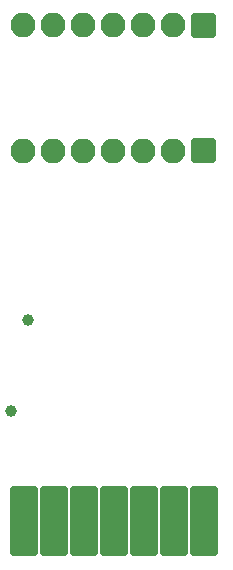
<source format=gbs>
%TF.GenerationSoftware,KiCad,Pcbnew,5.1.9+dfsg1-1+deb11u1*%
%TF.CreationDate,2025-07-24T09:20:50+02:00*%
%TF.ProjectId,ECI-Breakout,4543492d-4272-4656-916b-6f75742e6b69,1.1*%
%TF.SameCoordinates,Original*%
%TF.FileFunction,Soldermask,Bot*%
%TF.FilePolarity,Negative*%
%FSLAX46Y46*%
G04 Gerber Fmt 4.6, Leading zero omitted, Abs format (unit mm)*
G04 Created by KiCad (PCBNEW 5.1.9+dfsg1-1+deb11u1) date 2025-07-24 09:20:50*
%MOMM*%
%LPD*%
G01*
G04 APERTURE LIST*
%ADD10O,2.100000X2.100000*%
%ADD11C,1.000000*%
G04 APERTURE END LIST*
%TO.C,ECI1*%
G36*
G01*
X138706800Y-112196000D02*
X140637200Y-112196000D01*
G75*
G02*
X140837200Y-112396000I0J-200000D01*
G01*
X140837200Y-117984000D01*
G75*
G02*
X140637200Y-118184000I-200000J0D01*
G01*
X138706800Y-118184000D01*
G75*
G02*
X138506800Y-117984000I0J200000D01*
G01*
X138506800Y-112396000D01*
G75*
G02*
X138706800Y-112196000I200000J0D01*
G01*
G37*
G36*
G01*
X136166800Y-112196000D02*
X138097200Y-112196000D01*
G75*
G02*
X138297200Y-112396000I0J-200000D01*
G01*
X138297200Y-117984000D01*
G75*
G02*
X138097200Y-118184000I-200000J0D01*
G01*
X136166800Y-118184000D01*
G75*
G02*
X135966800Y-117984000I0J200000D01*
G01*
X135966800Y-112396000D01*
G75*
G02*
X136166800Y-112196000I200000J0D01*
G01*
G37*
G36*
G01*
X133626800Y-112196000D02*
X135557200Y-112196000D01*
G75*
G02*
X135757200Y-112396000I0J-200000D01*
G01*
X135757200Y-117984000D01*
G75*
G02*
X135557200Y-118184000I-200000J0D01*
G01*
X133626800Y-118184000D01*
G75*
G02*
X133426800Y-117984000I0J200000D01*
G01*
X133426800Y-112396000D01*
G75*
G02*
X133626800Y-112196000I200000J0D01*
G01*
G37*
G36*
G01*
X131086800Y-112196000D02*
X133017200Y-112196000D01*
G75*
G02*
X133217200Y-112396000I0J-200000D01*
G01*
X133217200Y-117984000D01*
G75*
G02*
X133017200Y-118184000I-200000J0D01*
G01*
X131086800Y-118184000D01*
G75*
G02*
X130886800Y-117984000I0J200000D01*
G01*
X130886800Y-112396000D01*
G75*
G02*
X131086800Y-112196000I200000J0D01*
G01*
G37*
G36*
G01*
X128546800Y-112196000D02*
X130477200Y-112196000D01*
G75*
G02*
X130677200Y-112396000I0J-200000D01*
G01*
X130677200Y-117984000D01*
G75*
G02*
X130477200Y-118184000I-200000J0D01*
G01*
X128546800Y-118184000D01*
G75*
G02*
X128346800Y-117984000I0J200000D01*
G01*
X128346800Y-112396000D01*
G75*
G02*
X128546800Y-112196000I200000J0D01*
G01*
G37*
G36*
G01*
X126006800Y-112196000D02*
X127937200Y-112196000D01*
G75*
G02*
X128137200Y-112396000I0J-200000D01*
G01*
X128137200Y-117984000D01*
G75*
G02*
X127937200Y-118184000I-200000J0D01*
G01*
X126006800Y-118184000D01*
G75*
G02*
X125806800Y-117984000I0J200000D01*
G01*
X125806800Y-112396000D01*
G75*
G02*
X126006800Y-112196000I200000J0D01*
G01*
G37*
G36*
G01*
X123466800Y-112196000D02*
X125397200Y-112196000D01*
G75*
G02*
X125597200Y-112396000I0J-200000D01*
G01*
X125597200Y-117984000D01*
G75*
G02*
X125397200Y-118184000I-200000J0D01*
G01*
X123466800Y-118184000D01*
G75*
G02*
X123266800Y-117984000I0J200000D01*
G01*
X123266800Y-112396000D01*
G75*
G02*
X123466800Y-112196000I200000J0D01*
G01*
G37*
%TD*%
%TO.C,P1*%
G36*
G01*
X138750000Y-72180000D02*
X140450000Y-72180000D01*
G75*
G02*
X140650000Y-72380000I0J-200000D01*
G01*
X140650000Y-74080000D01*
G75*
G02*
X140450000Y-74280000I-200000J0D01*
G01*
X138750000Y-74280000D01*
G75*
G02*
X138550000Y-74080000I0J200000D01*
G01*
X138550000Y-72380000D01*
G75*
G02*
X138750000Y-72180000I200000J0D01*
G01*
G37*
D10*
X137060000Y-73230000D03*
X134520000Y-73230000D03*
X131980000Y-73230000D03*
X129440000Y-73230000D03*
X126900000Y-73230000D03*
X124360000Y-73230000D03*
%TD*%
%TO.C,P2*%
X124360000Y-83830000D03*
X126900000Y-83830000D03*
X129440000Y-83830000D03*
X131980000Y-83830000D03*
X134520000Y-83830000D03*
X137060000Y-83830000D03*
G36*
G01*
X138750000Y-82780000D02*
X140450000Y-82780000D01*
G75*
G02*
X140650000Y-82980000I0J-200000D01*
G01*
X140650000Y-84680000D01*
G75*
G02*
X140450000Y-84880000I-200000J0D01*
G01*
X138750000Y-84880000D01*
G75*
G02*
X138550000Y-84680000I0J200000D01*
G01*
X138550000Y-82980000D01*
G75*
G02*
X138750000Y-82780000I200000J0D01*
G01*
G37*
%TD*%
D11*
X123363500Y-105899900D03*
X124739990Y-98205300D03*
M02*

</source>
